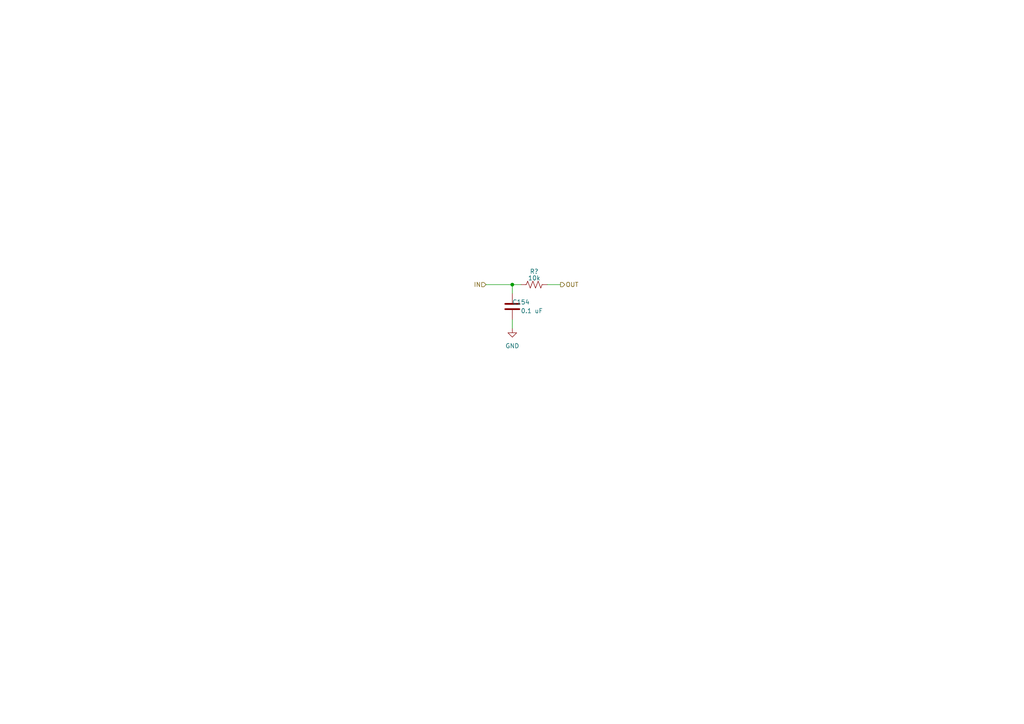
<source format=kicad_sch>
(kicad_sch (version 20230121) (generator eeschema)
  (paper "A4")
  (lib_symbols
    (symbol "Device:C" (pin_numbers hide) (pin_names (offset 0.254))
      (property "Reference" "C" (at 0.635 2.54 0))
      (property "Value" "C" (at 0.635 -2.54 0))
      (symbol "C_0_1"
        (polyline (pts (xy -2.032 -0.762) (xy 2.032 -0.762)) (stroke (width 0.508)))
        (polyline (pts (xy -2.032 0.762) (xy 2.032 0.762)) (stroke (width 0.508)))
      )
      (symbol "C_1_1"
        (pin passive line (at 0 3.81 270) (length 2.794) (name "~") (number "1"))
        (pin passive line (at 0 -3.81 90) (length 2.794) (name "~") (number "2"))
      )
    )
    (symbol "Device:R_US" (pin_numbers hide) (pin_names (offset 0))
      (property "Reference" "R" (at 2.54 0 90))
      (property "Value" "R_US" (at -2.54 0 90))
      (symbol "R_US_0_1"
        (polyline (pts (xy 0 -2.286) (xy 0 -2.54)))
        (polyline (pts (xy 0 2.286) (xy 0 2.54)))
        (polyline (pts (xy 0 -0.762) (xy 1.016 -1.143) (xy 0 -1.524) (xy -1.016 -1.905) (xy 0 -2.286)))
        (polyline (pts (xy 0 0.762) (xy 1.016 0.381) (xy 0 0) (xy -1.016 -0.381) (xy 0 -0.762)))
        (polyline (pts (xy 0 2.286) (xy 1.016 1.905) (xy 0 1.524) (xy -1.016 1.143) (xy 0 0.762)))
      )
      (symbol "R_US_1_1"
        (pin passive line (at 0 3.81 270) (length 1.27) (name "~") (number "1"))
        (pin passive line (at 0 -3.81 90) (length 1.27) (name "~") (number "2"))
      )
    )
    (symbol "power:GND" (power) (pin_names (offset 0))
      (property "Value" "GND" (at 0 -3.81 0))
      (symbol "GND_0_1"
        (polyline (pts (xy 0 0) (xy 0 -1.27) (xy 1.27 -1.27) (xy 0 -2.54) (xy -1.27 -1.27) (xy 0 -1.27)))
      )
      (symbol "GND_1_1"
        (pin power_in line (at 0 0 270) (length 0) hide (name "GND") (number "1"))
      )
    )
  )
  (junction (at 148.59 82.55))
  (wire (pts (xy 148.59 82.55) (xy 151.13 82.55)))
  (wire (pts (xy 148.59 92.71) (xy 148.59 95.25)))
  (wire (pts (xy 140.97 82.55) (xy 148.59 82.55)))
  (wire (pts (xy 148.59 85.09) (xy 148.59 82.55)))
  (wire (pts (xy 158.75 82.55) (xy 162.56 82.55)))
  (hierarchical_label "OUT" (shape output) (at 162.56 82.55 0))
  (hierarchical_label "IN" (shape input) (at 140.97 82.55 180))
  (symbol (lib_id "Device:C") (at 148.59 88.9 180) (unit 1)
    (property "Reference" "C154" (at 153.67 87.63 0) (effects (justify left)))
    (property "Value" "0.1 uF" (at 157.48 90.17 0) (effects (justify left)))
    (property "Footprint" "LWA RF:C_1206_3216Metric_Pad1.6x1.8mm" (effects hide))
    (property "Datasheet" "https://www.yageo.com/upload/media/product/products/datasheet/mlcc/UPY-NP0X7R_MV_100-to-630V_21.pdf" (effects hide))
    (property "MPN" "CC1206KKX7RYBB104" (effects hide))
    (property "MFGR" "Yageo" (effects hide))
    (property "Tolerance" "10%" (effects hide))
    (property "Power" "NA" (effects hide))
    (property "Voltage Rating" "250 V" (effects hide))
    (property "Unit Cost" "0.33" (effects hide))
    (property "Stock" "1075" (effects hide))
    (property "Stock Date" "03/02/2022" (effects hide))
    (property "Desc" "CAP CER 0.1UF 250V X7R 1206" (effects hide))
    (property "Voltage" "250 V" (effects hide))
    (property "Temp Coeff" "X7R" (effects hide))
    (instances (project "ARX" (path "" (reference "C154") (unit 1)) (path "" (reference "C72") (unit 1)) (path "" (reference "C208") (unit 1)) (path "" (reference "C?") (unit 1))) (project "LWA Balun 2020" (path "" (reference "C?") (unit 1))))
  )
  (symbol (lib_id "power:GND") (at 148.59 95.25 0) (unit 1)
    (property "Reference" "#PWR013" (effects hide))
    (property "Value" "GND" (at 148.59 100.33 0))
    (instances (project "ARX" (path "" (reference "#PWR013") (unit 1)) (path "" (reference "#PWR0247") (unit 1))))
  )
  (symbol (lib_id "Device:R_US") (at 154.94 82.55 270) (unit 1)
    (property "Reference" "R?" (at 154.94 78.74 90))
    (property "Value" "10k" (at 154.94 80.645 90))
    (property "Footprint" "Resistor_SMD:R_0805_2012Metric_Pad1.20x1.40mm_HandSolder" (effects hide))
    (property "Datasheet" "http://www.yageo.com/documents/recent/PYu-RC_Group_51_RoHS_L_10.pdf" (effects hide))
    (property "MFGR" "Yageo" (effects hide))
    (property "MPN" "RC0805FR-0710KL" (effects hide))
    (property "Tolerance" "1%" (effects hide))
    (property "Power" "1/8 W" (effects hide))
    (property "Temp Coeff" "NA" (effects hide))
    (property "Voltage Rating" "150 V" (effects hide))
    (property "Unit Cost" "0.10" (effects hide))
    (property "Stock" "30814943" (effects hide))
    (property "Stock Date" "03/04/2020" (effects hide))
    (property "Desc" "RES SMD 10K OHM 1% 1/8W 0805" (effects hide))
    (instances (project "Solenoid_Array_Mainboard" (path "" (reference "R?") (unit 1))) (project "ARX" (path "" (reference "R?") (unit 1)) (path "" (reference "R64") (unit 1)) (path "" (reference "R45") (unit 1)) (path "" (reference "R?") (unit 1))))
  )
)
</source>
